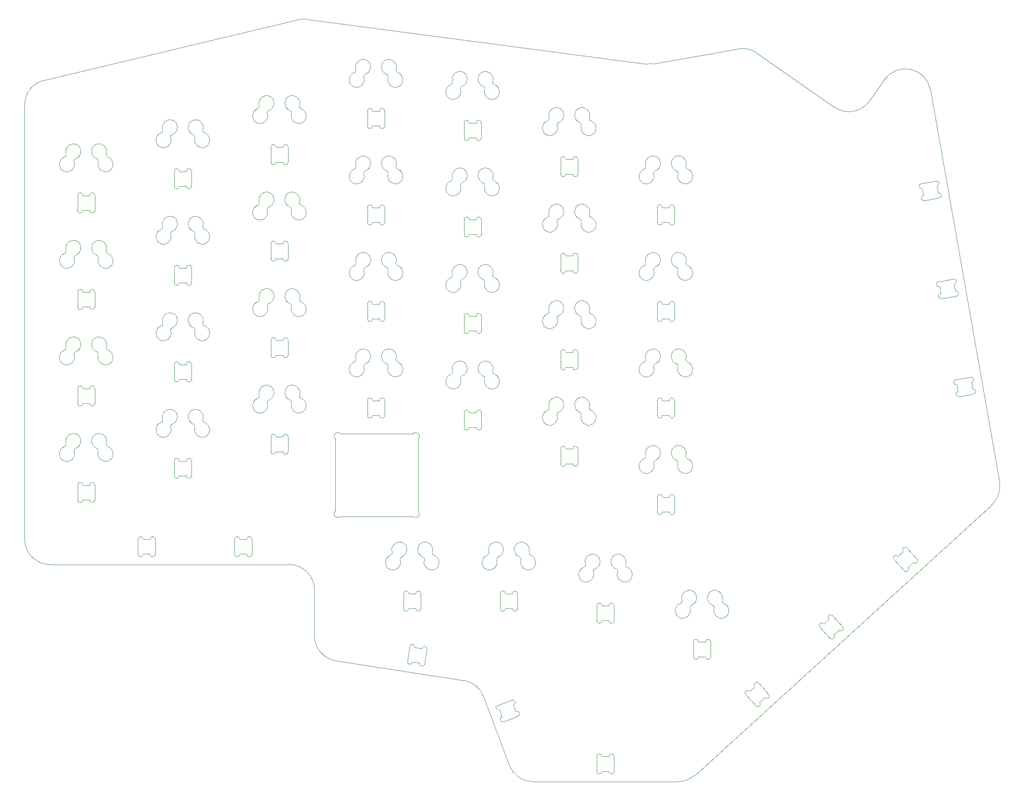
<source format=gbr>
G04 #@! TF.GenerationSoftware,KiCad,Pcbnew,(5.1.9)-1*
G04 #@! TF.CreationDate,2021-04-11T13:56:49+10:00*
G04 #@! TF.ProjectId,Djinn,446a696e-6e2e-46b6-9963-61645f706362,rev?*
G04 #@! TF.SameCoordinates,Original*
G04 #@! TF.FileFunction,Profile,NP*
%FSLAX46Y46*%
G04 Gerber Fmt 4.6, Leading zero omitted, Abs format (unit mm)*
G04 Created by KiCad (PCBNEW (5.1.9)-1) date 2021-04-11 13:56:49*
%MOMM*%
%LPD*%
G01*
G04 APERTURE LIST*
G04 #@! TA.AperFunction,Profile*
%ADD10C,0.100000*%
G04 #@! TD*
G04 APERTURE END LIST*
D10*
X111751240Y22363907D02*
G75*
G02*
X110227664Y22331078I-868241J4924038D01*
G01*
X128524299Y25321450D02*
X111751240Y22363907D01*
X128524299Y25321450D02*
G75*
G02*
X132260422Y24493171I868241J-4924039D01*
G01*
X147516773Y13810559D02*
X132260422Y24493171D01*
X154480416Y15038436D02*
G75*
G02*
X147516773Y13810559I-4095760J2867883D01*
G01*
X157436733Y19260496D02*
X154480416Y15038437D01*
X157436734Y19260494D02*
G75*
G02*
X166456532Y17260854I4095760J-2867881D01*
G01*
X180102023Y-60126569D02*
X166456532Y17260854D01*
X180102023Y-60126569D02*
G75*
G02*
X178545716Y-64690535I-4924039J-868241D01*
G01*
X120048981Y-117995724D02*
X178545716Y-64690535D01*
X120048982Y-117995725D02*
G75*
G02*
X116681250Y-119300000I-3367732J3695726D01*
G01*
X88106250Y-119300000D02*
X116681250Y-119300000D01*
X88106250Y-119300000D02*
G75*
G02*
X83424604Y-116055617I0J5000000D01*
G01*
X78336675Y-102487807D02*
X83424604Y-116055617D01*
X74415315Y-99301566D02*
G75*
G02*
X78336675Y-102487807I-760286J-4941858D01*
G01*
X49245964Y-95429358D02*
X74415315Y-99301566D01*
X49245964Y-95429357D02*
G75*
G02*
X45006250Y-90487499I760286J4941858D01*
G01*
X45006249Y-81437500D02*
X45006250Y-90487499D01*
X40006250Y-76437501D02*
G75*
G02*
X45006249Y-81437500I0J-4999999D01*
G01*
X-7143750Y-76437500D02*
X40006250Y-76437500D01*
X-7143749Y-76437500D02*
G75*
G02*
X-12143749Y-71437500I0J5000000D01*
G01*
X-12143750Y14287500D02*
X-12143750Y-71437500D01*
X-12143750Y14287501D02*
G75*
G02*
X-8301852Y19151531I5000000J-1D01*
G01*
X41704397Y31057781D02*
X-8301852Y19151531D01*
X41704397Y31057780D02*
G75*
G02*
X43517835Y31150617I1158103J-4864031D01*
G01*
X110227664Y22331078D02*
X43517835Y31150617D01*
X10206000Y-74438000D02*
X10206000Y-71438000D01*
X13606000Y-71438000D02*
X13606000Y-74438000D01*
X12556000Y-74388000D02*
X11256000Y-74388000D01*
X12556000Y-71488000D02*
X11256000Y-71488000D01*
X11206000Y-71438000D02*
G75*
G03*
X11256000Y-71488000I50000J0D01*
G01*
X12556000Y-71488000D02*
G75*
G03*
X12606000Y-71438000I0J50000D01*
G01*
X11256000Y-74388000D02*
G75*
G03*
X11206000Y-74438000I0J-50000D01*
G01*
X12606000Y-74438000D02*
G75*
G03*
X12556000Y-74388000I-50000J0D01*
G01*
X13606000Y-71438000D02*
G75*
G03*
X12606000Y-71438000I-500000J0D01*
G01*
X11206000Y-71438000D02*
G75*
G03*
X10206000Y-71438000I-500000J0D01*
G01*
X10206000Y-74438000D02*
G75*
G03*
X11206000Y-74438000I500000J0D01*
G01*
X12606000Y-74438000D02*
G75*
G03*
X13606000Y-74438000I500000J0D01*
G01*
X29256000Y-74438000D02*
X29256000Y-71438000D01*
X32656000Y-71438000D02*
X32656000Y-74438000D01*
X31606000Y-74388000D02*
X30306000Y-74388000D01*
X31606000Y-71488000D02*
X30306000Y-71488000D01*
X30256000Y-71438000D02*
G75*
G03*
X30306000Y-71488000I50000J0D01*
G01*
X31606000Y-71488000D02*
G75*
G03*
X31656000Y-71438000I0J50000D01*
G01*
X30306000Y-74388000D02*
G75*
G03*
X30256000Y-74438000I0J-50000D01*
G01*
X31656000Y-74438000D02*
G75*
G03*
X31606000Y-74388000I-50000J0D01*
G01*
X32656000Y-71438000D02*
G75*
G03*
X31656000Y-71438000I-500000J0D01*
G01*
X30256000Y-71438000D02*
G75*
G03*
X29256000Y-71438000I-500000J0D01*
G01*
X29256000Y-74438000D02*
G75*
G03*
X30256000Y-74438000I500000J0D01*
G01*
X31656000Y-74438000D02*
G75*
G03*
X32656000Y-74438000I500000J0D01*
G01*
X63347686Y-95575066D02*
X63803849Y-92609949D01*
X67164314Y-93126934D02*
X66708151Y-96092051D01*
X65677963Y-95882975D02*
X64393079Y-95685304D01*
X66118921Y-93016696D02*
X64834037Y-92819025D01*
X64792221Y-92762003D02*
G75*
G03*
X64834037Y-92819025I49419J-7603D01*
G01*
X66118920Y-93016696D02*
G75*
G03*
X66175942Y-92974880I7603J49419D01*
G01*
X64393080Y-95685304D02*
G75*
G03*
X64336058Y-95727120I-7603J-49419D01*
G01*
X65719779Y-95939997D02*
G75*
G03*
X65677963Y-95882975I-49419J7603D01*
G01*
X67164314Y-93126934D02*
G75*
G03*
X66175942Y-92974880I-494186J76027D01*
G01*
X64792221Y-92762005D02*
G75*
G03*
X63803849Y-92609949I-494186J76028D01*
G01*
X63347686Y-95575066D02*
G75*
G03*
X64336058Y-95727120I494186J-76027D01*
G01*
X65719779Y-95939995D02*
G75*
G03*
X66708151Y-96092051I494186J-76028D01*
G01*
X81128597Y-104236924D02*
X83937586Y-103183556D01*
X85131403Y-106367076D02*
X82322414Y-107420444D01*
X82000552Y-106419742D02*
X81544093Y-105202514D01*
X84715907Y-105401486D02*
X84259448Y-104184258D01*
X84288708Y-104119886D02*
G75*
G03*
X84259448Y-104184258I17556J-46816D01*
G01*
X84715907Y-105401486D02*
G75*
G03*
X84780280Y-105430747I46817J17556D01*
G01*
X81544093Y-105202514D02*
G75*
G03*
X81479720Y-105173253I-46817J-17556D01*
G01*
X81971292Y-106484114D02*
G75*
G03*
X82000552Y-106419742I-17556J46816D01*
G01*
X85131402Y-106367075D02*
G75*
G03*
X84780280Y-105430747I-175561J468164D01*
G01*
X84288708Y-104119886D02*
G75*
G03*
X83937586Y-103183556I-175561J468165D01*
G01*
X81128598Y-104236925D02*
G75*
G03*
X81479720Y-105173253I175561J-468164D01*
G01*
X81971292Y-106484114D02*
G75*
G03*
X82322414Y-107420444I175561J-468165D01*
G01*
X100694000Y-117300000D02*
X100694000Y-114300000D01*
X104094000Y-114300000D02*
X104094000Y-117300000D01*
X103044000Y-117250000D02*
X101744000Y-117250000D01*
X103044000Y-114350000D02*
X101744000Y-114350000D01*
X101694000Y-114300000D02*
G75*
G03*
X101744000Y-114350000I50000J0D01*
G01*
X103044000Y-114350000D02*
G75*
G03*
X103094000Y-114300000I0J50000D01*
G01*
X101744000Y-117250000D02*
G75*
G03*
X101694000Y-117300000I0J-50000D01*
G01*
X103094000Y-117300000D02*
G75*
G03*
X103044000Y-117250000I-50000J0D01*
G01*
X104094000Y-114300000D02*
G75*
G03*
X103094000Y-114300000I-500000J0D01*
G01*
X101694000Y-114300000D02*
G75*
G03*
X100694000Y-114300000I-500000J0D01*
G01*
X100694000Y-117300000D02*
G75*
G03*
X101694000Y-117300000I500000J0D01*
G01*
X103094000Y-117300000D02*
G75*
G03*
X104094000Y-117300000I500000J0D01*
G01*
X132069759Y-104335745D02*
X130049134Y-102118297D01*
X132562241Y-99828255D02*
X134582866Y-102045703D01*
X133773082Y-102715964D02*
X132812188Y-103591569D01*
X131819812Y-100572431D02*
X130858918Y-101448036D01*
X130788283Y-101444755D02*
G75*
G03*
X130858918Y-101448036I36958J33677D01*
G01*
X131819812Y-100572431D02*
G75*
G03*
X131823092Y-100501797I-33677J36957D01*
G01*
X132812188Y-103591569D02*
G75*
G03*
X132808908Y-103662203I33677J-36957D01*
G01*
X133843717Y-102719245D02*
G75*
G03*
X133773082Y-102715964I-36958J-33677D01*
G01*
X132562242Y-99828255D02*
G75*
G03*
X131823092Y-100501797I-369575J-336771D01*
G01*
X130788282Y-101444755D02*
G75*
G03*
X130049134Y-102118297I-369574J-336771D01*
G01*
X132069758Y-104335745D02*
G75*
G03*
X132808908Y-103662203I369575J336771D01*
G01*
X133843718Y-102719245D02*
G75*
G03*
X134582866Y-102045703I369574J336771D01*
G01*
X146693759Y-91009745D02*
X144673134Y-88792297D01*
X147186241Y-86502255D02*
X149206866Y-88719703D01*
X148397082Y-89389964D02*
X147436188Y-90265569D01*
X146443812Y-87246431D02*
X145482918Y-88122036D01*
X145412283Y-88118755D02*
G75*
G03*
X145482918Y-88122036I36958J33677D01*
G01*
X146443812Y-87246431D02*
G75*
G03*
X146447092Y-87175797I-33677J36957D01*
G01*
X147436188Y-90265569D02*
G75*
G03*
X147432908Y-90336203I33677J-36957D01*
G01*
X148467717Y-89393245D02*
G75*
G03*
X148397082Y-89389964I-36958J-33677D01*
G01*
X147186242Y-86502255D02*
G75*
G03*
X146447092Y-87175797I-369575J-336771D01*
G01*
X145412282Y-88118755D02*
G75*
G03*
X144673134Y-88792297I-369574J-336771D01*
G01*
X146693758Y-91009745D02*
G75*
G03*
X147432908Y-90336203I369575J336771D01*
G01*
X148467718Y-89393245D02*
G75*
G03*
X149206866Y-88719703I369574J336771D01*
G01*
X161317759Y-77683745D02*
X159297134Y-75466297D01*
X161810241Y-73176255D02*
X163830866Y-75393703D01*
X163021082Y-76063964D02*
X162060188Y-76939569D01*
X161067812Y-73920431D02*
X160106918Y-74796036D01*
X160036283Y-74792755D02*
G75*
G03*
X160106918Y-74796036I36958J33677D01*
G01*
X161067812Y-73920431D02*
G75*
G03*
X161071092Y-73849797I-33677J36957D01*
G01*
X162060188Y-76939569D02*
G75*
G03*
X162056908Y-77010203I33677J-36957D01*
G01*
X163091717Y-76067245D02*
G75*
G03*
X163021082Y-76063964I-36958J-33677D01*
G01*
X161810242Y-73176255D02*
G75*
G03*
X161071092Y-73849797I-369575J-336771D01*
G01*
X160036282Y-74792755D02*
G75*
G03*
X159297134Y-75466297I-369574J-336771D01*
G01*
X161317758Y-77683745D02*
G75*
G03*
X162056908Y-77010203I369575J336771D01*
G01*
X163091718Y-76067245D02*
G75*
G03*
X163830866Y-75393703I369574J336771D01*
G01*
X175016414Y-42800701D02*
X172061990Y-43321645D01*
X171471586Y-39973299D02*
X174426010Y-39452355D01*
X174559100Y-40495085D02*
X174784843Y-41775335D01*
X171703157Y-40998665D02*
X171928900Y-42278915D01*
X171888342Y-42336837D02*
G75*
G03*
X171928900Y-42278915I-8682J49240D01*
G01*
X171703157Y-40998665D02*
G75*
G03*
X171645235Y-40958107I-49240J-8682D01*
G01*
X174784843Y-41775335D02*
G75*
G03*
X174842765Y-41815893I49240J8682D01*
G01*
X174599658Y-40437163D02*
G75*
G03*
X174559100Y-40495085I8682J-49240D01*
G01*
X171471587Y-39973299D02*
G75*
G03*
X171645235Y-40958107I86824J-492404D01*
G01*
X171888342Y-42336839D02*
G75*
G03*
X172061990Y-43321645I86824J-492403D01*
G01*
X175016413Y-42800701D02*
G75*
G03*
X174842765Y-41815893I-86824J492404D01*
G01*
X174599658Y-40437161D02*
G75*
G03*
X174426010Y-39452355I-86824J492403D01*
G01*
X171604414Y-23454701D02*
X168649990Y-23975645D01*
X168059586Y-20627299D02*
X171014010Y-20106355D01*
X171147100Y-21149085D02*
X171372843Y-22429335D01*
X168291157Y-21652665D02*
X168516900Y-22932915D01*
X168476342Y-22990837D02*
G75*
G03*
X168516900Y-22932915I-8682J49240D01*
G01*
X168291157Y-21652665D02*
G75*
G03*
X168233235Y-21612107I-49240J-8682D01*
G01*
X171372843Y-22429335D02*
G75*
G03*
X171430765Y-22469893I49240J8682D01*
G01*
X171187658Y-21091163D02*
G75*
G03*
X171147100Y-21149085I8682J-49240D01*
G01*
X168059587Y-20627299D02*
G75*
G03*
X168233235Y-21612107I86824J-492404D01*
G01*
X168476342Y-22990839D02*
G75*
G03*
X168649990Y-23975645I86824J-492403D01*
G01*
X171604413Y-23454701D02*
G75*
G03*
X171430765Y-22469893I-86824J492404D01*
G01*
X171187658Y-21091161D02*
G75*
G03*
X171014010Y-20106355I-86824J492403D01*
G01*
X168193414Y-4107701D02*
X165238990Y-4628645D01*
X164648586Y-1280299D02*
X167603010Y-759355D01*
X167736100Y-1802085D02*
X167961843Y-3082335D01*
X164880157Y-2305665D02*
X165105900Y-3585915D01*
X165065342Y-3643837D02*
G75*
G03*
X165105900Y-3585915I-8682J49240D01*
G01*
X164880157Y-2305665D02*
G75*
G03*
X164822235Y-2265107I-49240J-8682D01*
G01*
X167961843Y-3082335D02*
G75*
G03*
X168019765Y-3122893I49240J8682D01*
G01*
X167776658Y-1744163D02*
G75*
G03*
X167736100Y-1802085I8682J-49240D01*
G01*
X164648587Y-1280299D02*
G75*
G03*
X164822235Y-2265107I86824J-492404D01*
G01*
X165065342Y-3643839D02*
G75*
G03*
X165238990Y-4628645I86824J-492403D01*
G01*
X168193413Y-4107701D02*
G75*
G03*
X168019765Y-3122893I-86824J492404D01*
G01*
X167776658Y-1744161D02*
G75*
G03*
X167603010Y-759355I-86824J492403D01*
G01*
X123144000Y-94686000D02*
X123144000Y-91686000D01*
X119744000Y-91686000D02*
X119744000Y-94686000D01*
X120794000Y-94636000D02*
X122094000Y-94636000D01*
X120794000Y-91736000D02*
X122094000Y-91736000D01*
X122144000Y-91686000D02*
G75*
G02*
X122094000Y-91736000I-50000J0D01*
G01*
X120794000Y-91736000D02*
G75*
G02*
X120744000Y-91686000I0J50000D01*
G01*
X122094000Y-94636000D02*
G75*
G02*
X122144000Y-94686000I0J-50000D01*
G01*
X120744000Y-94686000D02*
G75*
G02*
X120794000Y-94636000I50000J0D01*
G01*
X119744000Y-91686000D02*
G75*
G02*
X120744000Y-91686000I500000J0D01*
G01*
X122144000Y-91686000D02*
G75*
G02*
X123144000Y-91686000I500000J0D01*
G01*
X123144000Y-94686000D02*
G75*
G02*
X122144000Y-94686000I-500000J0D01*
G01*
X120744000Y-94686000D02*
G75*
G02*
X119744000Y-94686000I-500000J0D01*
G01*
X104094000Y-87543000D02*
X104094000Y-84543000D01*
X100694000Y-84543000D02*
X100694000Y-87543000D01*
X101744000Y-87493000D02*
X103044000Y-87493000D01*
X101744000Y-84593000D02*
X103044000Y-84593000D01*
X103094000Y-84543000D02*
G75*
G02*
X103044000Y-84593000I-50000J0D01*
G01*
X101744000Y-84593000D02*
G75*
G02*
X101694000Y-84543000I0J50000D01*
G01*
X103044000Y-87493000D02*
G75*
G02*
X103094000Y-87543000I0J-50000D01*
G01*
X101694000Y-87543000D02*
G75*
G02*
X101744000Y-87493000I50000J0D01*
G01*
X100694000Y-84543000D02*
G75*
G02*
X101694000Y-84543000I500000J0D01*
G01*
X103094000Y-84543000D02*
G75*
G02*
X104094000Y-84543000I500000J0D01*
G01*
X104094000Y-87543000D02*
G75*
G02*
X103094000Y-87543000I-500000J0D01*
G01*
X101694000Y-87543000D02*
G75*
G02*
X100694000Y-87543000I-500000J0D01*
G01*
X85044000Y-85161000D02*
X85044000Y-82161000D01*
X81644000Y-82161000D02*
X81644000Y-85161000D01*
X82694000Y-85111000D02*
X83994000Y-85111000D01*
X82694000Y-82211000D02*
X83994000Y-82211000D01*
X84044000Y-82161000D02*
G75*
G02*
X83994000Y-82211000I-50000J0D01*
G01*
X82694000Y-82211000D02*
G75*
G02*
X82644000Y-82161000I0J50000D01*
G01*
X83994000Y-85111000D02*
G75*
G02*
X84044000Y-85161000I0J-50000D01*
G01*
X82644000Y-85161000D02*
G75*
G02*
X82694000Y-85111000I50000J0D01*
G01*
X81644000Y-82161000D02*
G75*
G02*
X82644000Y-82161000I500000J0D01*
G01*
X84044000Y-82161000D02*
G75*
G02*
X85044000Y-82161000I500000J0D01*
G01*
X85044000Y-85161000D02*
G75*
G02*
X84044000Y-85161000I-500000J0D01*
G01*
X82644000Y-85161000D02*
G75*
G02*
X81644000Y-85161000I-500000J0D01*
G01*
X65994000Y-85161000D02*
X65994000Y-82161000D01*
X62594000Y-82161000D02*
X62594000Y-85161000D01*
X63644000Y-85111000D02*
X64944000Y-85111000D01*
X63644000Y-82211000D02*
X64944000Y-82211000D01*
X64994000Y-82161000D02*
G75*
G02*
X64944000Y-82211000I-50000J0D01*
G01*
X63644000Y-82211000D02*
G75*
G02*
X63594000Y-82161000I0J50000D01*
G01*
X64944000Y-85111000D02*
G75*
G02*
X64994000Y-85161000I0J-50000D01*
G01*
X63594000Y-85161000D02*
G75*
G02*
X63644000Y-85111000I50000J0D01*
G01*
X62594000Y-82161000D02*
G75*
G02*
X63594000Y-82161000I500000J0D01*
G01*
X64994000Y-82161000D02*
G75*
G02*
X65994000Y-82161000I500000J0D01*
G01*
X65994000Y-85161000D02*
G75*
G02*
X64994000Y-85161000I-500000J0D01*
G01*
X63594000Y-85161000D02*
G75*
G02*
X62594000Y-85161000I-500000J0D01*
G01*
X112600000Y-66111000D02*
X112600000Y-63111000D01*
X116000000Y-63111000D02*
X116000000Y-66111000D01*
X114950000Y-66061000D02*
X113650000Y-66061000D01*
X114950000Y-63161000D02*
X113650000Y-63161000D01*
X113600000Y-63111000D02*
G75*
G03*
X113650000Y-63161000I50000J0D01*
G01*
X114950000Y-63161000D02*
G75*
G03*
X115000000Y-63111000I0J50000D01*
G01*
X113650000Y-66061000D02*
G75*
G03*
X113600000Y-66111000I0J-50000D01*
G01*
X115000000Y-66111000D02*
G75*
G03*
X114950000Y-66061000I-50000J0D01*
G01*
X116000000Y-63111000D02*
G75*
G03*
X115000000Y-63111000I-500000J0D01*
G01*
X113600000Y-63111000D02*
G75*
G03*
X112600000Y-63111000I-500000J0D01*
G01*
X112600000Y-66111000D02*
G75*
G03*
X113600000Y-66111000I500000J0D01*
G01*
X115000000Y-66111000D02*
G75*
G03*
X116000000Y-66111000I500000J0D01*
G01*
X93550000Y-56586000D02*
X93550000Y-53586000D01*
X96950000Y-53586000D02*
X96950000Y-56586000D01*
X95900000Y-56536000D02*
X94600000Y-56536000D01*
X95900000Y-53636000D02*
X94600000Y-53636000D01*
X94550000Y-53586000D02*
G75*
G03*
X94600000Y-53636000I50000J0D01*
G01*
X95900000Y-53636000D02*
G75*
G03*
X95950000Y-53586000I0J50000D01*
G01*
X94600000Y-56536000D02*
G75*
G03*
X94550000Y-56586000I0J-50000D01*
G01*
X95950000Y-56586000D02*
G75*
G03*
X95900000Y-56536000I-50000J0D01*
G01*
X96950000Y-53586000D02*
G75*
G03*
X95950000Y-53586000I-500000J0D01*
G01*
X94550000Y-53586000D02*
G75*
G03*
X93550000Y-53586000I-500000J0D01*
G01*
X93550000Y-56586000D02*
G75*
G03*
X94550000Y-56586000I500000J0D01*
G01*
X95950000Y-56586000D02*
G75*
G03*
X96950000Y-56586000I500000J0D01*
G01*
X74500000Y-49443000D02*
X74500000Y-46443000D01*
X77900000Y-46443000D02*
X77900000Y-49443000D01*
X76850000Y-49393000D02*
X75550000Y-49393000D01*
X76850000Y-46493000D02*
X75550000Y-46493000D01*
X75500000Y-46443000D02*
G75*
G03*
X75550000Y-46493000I50000J0D01*
G01*
X76850000Y-46493000D02*
G75*
G03*
X76900000Y-46443000I0J50000D01*
G01*
X75550000Y-49393000D02*
G75*
G03*
X75500000Y-49443000I0J-50000D01*
G01*
X76900000Y-49443000D02*
G75*
G03*
X76850000Y-49393000I-50000J0D01*
G01*
X77900000Y-46443000D02*
G75*
G03*
X76900000Y-46443000I-500000J0D01*
G01*
X75500000Y-46443000D02*
G75*
G03*
X74500000Y-46443000I-500000J0D01*
G01*
X74500000Y-49443000D02*
G75*
G03*
X75500000Y-49443000I500000J0D01*
G01*
X76900000Y-49443000D02*
G75*
G03*
X77900000Y-49443000I500000J0D01*
G01*
X55450000Y-47061000D02*
X55450000Y-44061000D01*
X58850000Y-44061000D02*
X58850000Y-47061000D01*
X57800000Y-47011000D02*
X56500000Y-47011000D01*
X57800000Y-44111000D02*
X56500000Y-44111000D01*
X56450000Y-44061000D02*
G75*
G03*
X56500000Y-44111000I50000J0D01*
G01*
X57800000Y-44111000D02*
G75*
G03*
X57850000Y-44061000I0J50000D01*
G01*
X56500000Y-47011000D02*
G75*
G03*
X56450000Y-47061000I0J-50000D01*
G01*
X57850000Y-47061000D02*
G75*
G03*
X57800000Y-47011000I-50000J0D01*
G01*
X58850000Y-44061000D02*
G75*
G03*
X57850000Y-44061000I-500000J0D01*
G01*
X56450000Y-44061000D02*
G75*
G03*
X55450000Y-44061000I-500000J0D01*
G01*
X55450000Y-47061000D02*
G75*
G03*
X56450000Y-47061000I500000J0D01*
G01*
X57850000Y-47061000D02*
G75*
G03*
X58850000Y-47061000I500000J0D01*
G01*
X36400000Y-54205000D02*
X36400000Y-51205000D01*
X39800000Y-51205000D02*
X39800000Y-54205000D01*
X38750000Y-54155000D02*
X37450000Y-54155000D01*
X38750000Y-51255000D02*
X37450000Y-51255000D01*
X37400000Y-51205000D02*
G75*
G03*
X37450000Y-51255000I50000J0D01*
G01*
X38750000Y-51255000D02*
G75*
G03*
X38800000Y-51205000I0J50000D01*
G01*
X37450000Y-54155000D02*
G75*
G03*
X37400000Y-54205000I0J-50000D01*
G01*
X38800000Y-54205000D02*
G75*
G03*
X38750000Y-54155000I-50000J0D01*
G01*
X39800000Y-51205000D02*
G75*
G03*
X38800000Y-51205000I-500000J0D01*
G01*
X37400000Y-51205000D02*
G75*
G03*
X36400000Y-51205000I-500000J0D01*
G01*
X36400000Y-54205000D02*
G75*
G03*
X37400000Y-54205000I500000J0D01*
G01*
X38800000Y-54205000D02*
G75*
G03*
X39800000Y-54205000I500000J0D01*
G01*
X17350000Y-58968000D02*
X17350000Y-55968000D01*
X20750000Y-55968000D02*
X20750000Y-58968000D01*
X19700000Y-58918000D02*
X18400000Y-58918000D01*
X19700000Y-56018000D02*
X18400000Y-56018000D01*
X18350000Y-55968000D02*
G75*
G03*
X18400000Y-56018000I50000J0D01*
G01*
X19700000Y-56018000D02*
G75*
G03*
X19750000Y-55968000I0J50000D01*
G01*
X18400000Y-58918000D02*
G75*
G03*
X18350000Y-58968000I0J-50000D01*
G01*
X19750000Y-58968000D02*
G75*
G03*
X19700000Y-58918000I-50000J0D01*
G01*
X20750000Y-55968000D02*
G75*
G03*
X19750000Y-55968000I-500000J0D01*
G01*
X18350000Y-55968000D02*
G75*
G03*
X17350000Y-55968000I-500000J0D01*
G01*
X17350000Y-58968000D02*
G75*
G03*
X18350000Y-58968000I500000J0D01*
G01*
X19750000Y-58968000D02*
G75*
G03*
X20750000Y-58968000I500000J0D01*
G01*
X-1700000Y-63730000D02*
X-1700000Y-60730000D01*
X1700000Y-60730000D02*
X1700000Y-63730000D01*
X650000Y-63680000D02*
X-650000Y-63680000D01*
X650000Y-60780000D02*
X-650000Y-60780000D01*
X-700000Y-60730000D02*
G75*
G03*
X-650000Y-60780000I50000J0D01*
G01*
X650000Y-60780000D02*
G75*
G03*
X700000Y-60730000I0J50000D01*
G01*
X-650000Y-63680000D02*
G75*
G03*
X-700000Y-63730000I0J-50000D01*
G01*
X700000Y-63730000D02*
G75*
G03*
X650000Y-63680000I-50000J0D01*
G01*
X1700000Y-60730000D02*
G75*
G03*
X700000Y-60730000I-500000J0D01*
G01*
X-700000Y-60730000D02*
G75*
G03*
X-1700000Y-60730000I-500000J0D01*
G01*
X-1700000Y-63730000D02*
G75*
G03*
X-700000Y-63730000I500000J0D01*
G01*
X700000Y-63730000D02*
G75*
G03*
X1700000Y-63730000I500000J0D01*
G01*
X116000000Y-47061000D02*
X116000000Y-44061000D01*
X112600000Y-44061000D02*
X112600000Y-47061000D01*
X113650000Y-47011000D02*
X114950000Y-47011000D01*
X113650000Y-44111000D02*
X114950000Y-44111000D01*
X115000000Y-44061000D02*
G75*
G02*
X114950000Y-44111000I-50000J0D01*
G01*
X113650000Y-44111000D02*
G75*
G02*
X113600000Y-44061000I0J50000D01*
G01*
X114950000Y-47011000D02*
G75*
G02*
X115000000Y-47061000I0J-50000D01*
G01*
X113600000Y-47061000D02*
G75*
G02*
X113650000Y-47011000I50000J0D01*
G01*
X112600000Y-44061000D02*
G75*
G02*
X113600000Y-44061000I500000J0D01*
G01*
X115000000Y-44061000D02*
G75*
G02*
X116000000Y-44061000I500000J0D01*
G01*
X116000000Y-47061000D02*
G75*
G02*
X115000000Y-47061000I-500000J0D01*
G01*
X113600000Y-47061000D02*
G75*
G02*
X112600000Y-47061000I-500000J0D01*
G01*
X96950000Y-37536000D02*
X96950000Y-34536000D01*
X93550000Y-34536000D02*
X93550000Y-37536000D01*
X94600000Y-37486000D02*
X95900000Y-37486000D01*
X94600000Y-34586000D02*
X95900000Y-34586000D01*
X95950000Y-34536000D02*
G75*
G02*
X95900000Y-34586000I-50000J0D01*
G01*
X94600000Y-34586000D02*
G75*
G02*
X94550000Y-34536000I0J50000D01*
G01*
X95900000Y-37486000D02*
G75*
G02*
X95950000Y-37536000I0J-50000D01*
G01*
X94550000Y-37536000D02*
G75*
G02*
X94600000Y-37486000I50000J0D01*
G01*
X93550000Y-34536000D02*
G75*
G02*
X94550000Y-34536000I500000J0D01*
G01*
X95950000Y-34536000D02*
G75*
G02*
X96950000Y-34536000I500000J0D01*
G01*
X96950000Y-37536000D02*
G75*
G02*
X95950000Y-37536000I-500000J0D01*
G01*
X94550000Y-37536000D02*
G75*
G02*
X93550000Y-37536000I-500000J0D01*
G01*
X77900000Y-30392000D02*
X77900000Y-27392000D01*
X74500000Y-27392000D02*
X74500000Y-30392000D01*
X75550000Y-30342000D02*
X76850000Y-30342000D01*
X75550000Y-27442000D02*
X76850000Y-27442000D01*
X76900000Y-27392000D02*
G75*
G02*
X76850000Y-27442000I-50000J0D01*
G01*
X75550000Y-27442000D02*
G75*
G02*
X75500000Y-27392000I0J50000D01*
G01*
X76850000Y-30342000D02*
G75*
G02*
X76900000Y-30392000I0J-50000D01*
G01*
X75500000Y-30392000D02*
G75*
G02*
X75550000Y-30342000I50000J0D01*
G01*
X74500000Y-27392000D02*
G75*
G02*
X75500000Y-27392000I500000J0D01*
G01*
X76900000Y-27392000D02*
G75*
G02*
X77900000Y-27392000I500000J0D01*
G01*
X77900000Y-30392000D02*
G75*
G02*
X76900000Y-30392000I-500000J0D01*
G01*
X75500000Y-30392000D02*
G75*
G02*
X74500000Y-30392000I-500000J0D01*
G01*
X58850000Y-28011000D02*
X58850000Y-25011000D01*
X55450000Y-25011000D02*
X55450000Y-28011000D01*
X56500000Y-27961000D02*
X57800000Y-27961000D01*
X56500000Y-25061000D02*
X57800000Y-25061000D01*
X57850000Y-25011000D02*
G75*
G02*
X57800000Y-25061000I-50000J0D01*
G01*
X56500000Y-25061000D02*
G75*
G02*
X56450000Y-25011000I0J50000D01*
G01*
X57800000Y-27961000D02*
G75*
G02*
X57850000Y-28011000I0J-50000D01*
G01*
X56450000Y-28011000D02*
G75*
G02*
X56500000Y-27961000I50000J0D01*
G01*
X55450000Y-25011000D02*
G75*
G02*
X56450000Y-25011000I500000J0D01*
G01*
X57850000Y-25011000D02*
G75*
G02*
X58850000Y-25011000I500000J0D01*
G01*
X58850000Y-28011000D02*
G75*
G02*
X57850000Y-28011000I-500000J0D01*
G01*
X56450000Y-28011000D02*
G75*
G02*
X55450000Y-28011000I-500000J0D01*
G01*
X39800000Y-35155000D02*
X39800000Y-32155000D01*
X36400000Y-32155000D02*
X36400000Y-35155000D01*
X37450000Y-35105000D02*
X38750000Y-35105000D01*
X37450000Y-32205000D02*
X38750000Y-32205000D01*
X38800000Y-32155000D02*
G75*
G02*
X38750000Y-32205000I-50000J0D01*
G01*
X37450000Y-32205000D02*
G75*
G02*
X37400000Y-32155000I0J50000D01*
G01*
X38750000Y-35105000D02*
G75*
G02*
X38800000Y-35155000I0J-50000D01*
G01*
X37400000Y-35155000D02*
G75*
G02*
X37450000Y-35105000I50000J0D01*
G01*
X36400000Y-32155000D02*
G75*
G02*
X37400000Y-32155000I500000J0D01*
G01*
X38800000Y-32155000D02*
G75*
G02*
X39800000Y-32155000I500000J0D01*
G01*
X39800000Y-35155000D02*
G75*
G02*
X38800000Y-35155000I-500000J0D01*
G01*
X37400000Y-35155000D02*
G75*
G02*
X36400000Y-35155000I-500000J0D01*
G01*
X20750000Y-39917000D02*
X20750000Y-36917000D01*
X17350000Y-36917000D02*
X17350000Y-39917000D01*
X18400000Y-39867000D02*
X19700000Y-39867000D01*
X18400000Y-36967000D02*
X19700000Y-36967000D01*
X19750000Y-36917000D02*
G75*
G02*
X19700000Y-36967000I-50000J0D01*
G01*
X18400000Y-36967000D02*
G75*
G02*
X18350000Y-36917000I0J50000D01*
G01*
X19700000Y-39867000D02*
G75*
G02*
X19750000Y-39917000I0J-50000D01*
G01*
X18350000Y-39917000D02*
G75*
G02*
X18400000Y-39867000I50000J0D01*
G01*
X17350000Y-36917000D02*
G75*
G02*
X18350000Y-36917000I500000J0D01*
G01*
X19750000Y-36917000D02*
G75*
G02*
X20750000Y-36917000I500000J0D01*
G01*
X20750000Y-39917000D02*
G75*
G02*
X19750000Y-39917000I-500000J0D01*
G01*
X18350000Y-39917000D02*
G75*
G02*
X17350000Y-39917000I-500000J0D01*
G01*
X1700000Y-44680000D02*
X1700000Y-41680000D01*
X-1700000Y-41680000D02*
X-1700000Y-44680000D01*
X-650000Y-44630000D02*
X650000Y-44630000D01*
X-650000Y-41730000D02*
X650000Y-41730000D01*
X700000Y-41680000D02*
G75*
G02*
X650000Y-41730000I-50000J0D01*
G01*
X-650000Y-41730000D02*
G75*
G02*
X-700000Y-41680000I0J50000D01*
G01*
X650000Y-44630000D02*
G75*
G02*
X700000Y-44680000I0J-50000D01*
G01*
X-700000Y-44680000D02*
G75*
G02*
X-650000Y-44630000I50000J0D01*
G01*
X-1700000Y-41680000D02*
G75*
G02*
X-700000Y-41680000I500000J0D01*
G01*
X700000Y-41680000D02*
G75*
G02*
X1700000Y-41680000I500000J0D01*
G01*
X1700000Y-44680000D02*
G75*
G02*
X700000Y-44680000I-500000J0D01*
G01*
X-700000Y-44680000D02*
G75*
G02*
X-1700000Y-44680000I-500000J0D01*
G01*
X112600000Y-28011000D02*
X112600000Y-25011000D01*
X116000000Y-25011000D02*
X116000000Y-28011000D01*
X114950000Y-27961000D02*
X113650000Y-27961000D01*
X114950000Y-25061000D02*
X113650000Y-25061000D01*
X113600000Y-25011000D02*
G75*
G03*
X113650000Y-25061000I50000J0D01*
G01*
X114950000Y-25061000D02*
G75*
G03*
X115000000Y-25011000I0J50000D01*
G01*
X113650000Y-27961000D02*
G75*
G03*
X113600000Y-28011000I0J-50000D01*
G01*
X115000000Y-28011000D02*
G75*
G03*
X114950000Y-27961000I-50000J0D01*
G01*
X116000000Y-25011000D02*
G75*
G03*
X115000000Y-25011000I-500000J0D01*
G01*
X113600000Y-25011000D02*
G75*
G03*
X112600000Y-25011000I-500000J0D01*
G01*
X112600000Y-28011000D02*
G75*
G03*
X113600000Y-28011000I500000J0D01*
G01*
X115000000Y-28011000D02*
G75*
G03*
X116000000Y-28011000I500000J0D01*
G01*
X93550000Y-18486000D02*
X93550000Y-15486000D01*
X96950000Y-15486000D02*
X96950000Y-18486000D01*
X95900000Y-18436000D02*
X94600000Y-18436000D01*
X95900000Y-15536000D02*
X94600000Y-15536000D01*
X94550000Y-15486000D02*
G75*
G03*
X94600000Y-15536000I50000J0D01*
G01*
X95900000Y-15536000D02*
G75*
G03*
X95950000Y-15486000I0J50000D01*
G01*
X94600000Y-18436000D02*
G75*
G03*
X94550000Y-18486000I0J-50000D01*
G01*
X95950000Y-18486000D02*
G75*
G03*
X95900000Y-18436000I-50000J0D01*
G01*
X96950000Y-15486000D02*
G75*
G03*
X95950000Y-15486000I-500000J0D01*
G01*
X94550000Y-15486000D02*
G75*
G03*
X93550000Y-15486000I-500000J0D01*
G01*
X93550000Y-18486000D02*
G75*
G03*
X94550000Y-18486000I500000J0D01*
G01*
X95950000Y-18486000D02*
G75*
G03*
X96950000Y-18486000I500000J0D01*
G01*
X74500000Y-11343000D02*
X74500000Y-8343000D01*
X77900000Y-8343000D02*
X77900000Y-11343000D01*
X76850000Y-11293000D02*
X75550000Y-11293000D01*
X76850000Y-8393000D02*
X75550000Y-8393000D01*
X75500000Y-8343000D02*
G75*
G03*
X75550000Y-8393000I50000J0D01*
G01*
X76850000Y-8393000D02*
G75*
G03*
X76900000Y-8343000I0J50000D01*
G01*
X75550000Y-11293000D02*
G75*
G03*
X75500000Y-11343000I0J-50000D01*
G01*
X76900000Y-11343000D02*
G75*
G03*
X76850000Y-11293000I-50000J0D01*
G01*
X77900000Y-8343000D02*
G75*
G03*
X76900000Y-8343000I-500000J0D01*
G01*
X75500000Y-8343000D02*
G75*
G03*
X74500000Y-8343000I-500000J0D01*
G01*
X74500000Y-11343000D02*
G75*
G03*
X75500000Y-11343000I500000J0D01*
G01*
X76900000Y-11343000D02*
G75*
G03*
X77900000Y-11343000I500000J0D01*
G01*
X55450000Y-8961000D02*
X55450000Y-5961000D01*
X58850000Y-5961000D02*
X58850000Y-8961000D01*
X57800000Y-8911000D02*
X56500000Y-8911000D01*
X57800000Y-6011000D02*
X56500000Y-6011000D01*
X56450000Y-5961000D02*
G75*
G03*
X56500000Y-6011000I50000J0D01*
G01*
X57800000Y-6011000D02*
G75*
G03*
X57850000Y-5961000I0J50000D01*
G01*
X56500000Y-8911000D02*
G75*
G03*
X56450000Y-8961000I0J-50000D01*
G01*
X57850000Y-8961000D02*
G75*
G03*
X57800000Y-8911000I-50000J0D01*
G01*
X58850000Y-5961000D02*
G75*
G03*
X57850000Y-5961000I-500000J0D01*
G01*
X56450000Y-5961000D02*
G75*
G03*
X55450000Y-5961000I-500000J0D01*
G01*
X55450000Y-8961000D02*
G75*
G03*
X56450000Y-8961000I500000J0D01*
G01*
X57850000Y-8961000D02*
G75*
G03*
X58850000Y-8961000I500000J0D01*
G01*
X36400000Y-16105000D02*
X36400000Y-13105000D01*
X39800000Y-13105000D02*
X39800000Y-16105000D01*
X38750000Y-16055000D02*
X37450000Y-16055000D01*
X38750000Y-13155000D02*
X37450000Y-13155000D01*
X37400000Y-13105000D02*
G75*
G03*
X37450000Y-13155000I50000J0D01*
G01*
X38750000Y-13155000D02*
G75*
G03*
X38800000Y-13105000I0J50000D01*
G01*
X37450000Y-16055000D02*
G75*
G03*
X37400000Y-16105000I0J-50000D01*
G01*
X38800000Y-16105000D02*
G75*
G03*
X38750000Y-16055000I-50000J0D01*
G01*
X39800000Y-13105000D02*
G75*
G03*
X38800000Y-13105000I-500000J0D01*
G01*
X37400000Y-13105000D02*
G75*
G03*
X36400000Y-13105000I-500000J0D01*
G01*
X36400000Y-16105000D02*
G75*
G03*
X37400000Y-16105000I500000J0D01*
G01*
X38800000Y-16105000D02*
G75*
G03*
X39800000Y-16105000I500000J0D01*
G01*
X17350000Y-20867000D02*
X17350000Y-17867000D01*
X20750000Y-17867000D02*
X20750000Y-20867000D01*
X19700000Y-20817000D02*
X18400000Y-20817000D01*
X19700000Y-17917000D02*
X18400000Y-17917000D01*
X18350000Y-17867000D02*
G75*
G03*
X18400000Y-17917000I50000J0D01*
G01*
X19700000Y-17917000D02*
G75*
G03*
X19750000Y-17867000I0J50000D01*
G01*
X18400000Y-20817000D02*
G75*
G03*
X18350000Y-20867000I0J-50000D01*
G01*
X19750000Y-20867000D02*
G75*
G03*
X19700000Y-20817000I-50000J0D01*
G01*
X20750000Y-17867000D02*
G75*
G03*
X19750000Y-17867000I-500000J0D01*
G01*
X18350000Y-17867000D02*
G75*
G03*
X17350000Y-17867000I-500000J0D01*
G01*
X17350000Y-20867000D02*
G75*
G03*
X18350000Y-20867000I500000J0D01*
G01*
X19750000Y-20867000D02*
G75*
G03*
X20750000Y-20867000I500000J0D01*
G01*
X-1700000Y-25630000D02*
X-1700000Y-22630000D01*
X1700000Y-22630000D02*
X1700000Y-25630000D01*
X650000Y-25580000D02*
X-650000Y-25580000D01*
X650000Y-22680000D02*
X-650000Y-22680000D01*
X-700000Y-22630000D02*
G75*
G03*
X-650000Y-22680000I50000J0D01*
G01*
X650000Y-22680000D02*
G75*
G03*
X700000Y-22630000I0J50000D01*
G01*
X-650000Y-25580000D02*
G75*
G03*
X-700000Y-25630000I0J-50000D01*
G01*
X700000Y-25630000D02*
G75*
G03*
X650000Y-25580000I-50000J0D01*
G01*
X1700000Y-22630000D02*
G75*
G03*
X700000Y-22630000I-500000J0D01*
G01*
X-700000Y-22630000D02*
G75*
G03*
X-1700000Y-22630000I-500000J0D01*
G01*
X-1700000Y-25630000D02*
G75*
G03*
X-700000Y-25630000I500000J0D01*
G01*
X700000Y-25630000D02*
G75*
G03*
X1700000Y-25630000I500000J0D01*
G01*
X116000000Y-8961000D02*
X116000000Y-5961000D01*
X112600000Y-5961000D02*
X112600000Y-8961000D01*
X113650000Y-8911000D02*
X114950000Y-8911000D01*
X113650000Y-6011000D02*
X114950000Y-6011000D01*
X115000000Y-5961000D02*
G75*
G02*
X114950000Y-6011000I-50000J0D01*
G01*
X113650000Y-6011000D02*
G75*
G02*
X113600000Y-5961000I0J50000D01*
G01*
X114950000Y-8911000D02*
G75*
G02*
X115000000Y-8961000I0J-50000D01*
G01*
X113600000Y-8961000D02*
G75*
G02*
X113650000Y-8911000I50000J0D01*
G01*
X112600000Y-5961000D02*
G75*
G02*
X113600000Y-5961000I500000J0D01*
G01*
X115000000Y-5961000D02*
G75*
G02*
X116000000Y-5961000I500000J0D01*
G01*
X116000000Y-8961000D02*
G75*
G02*
X115000000Y-8961000I-500000J0D01*
G01*
X113600000Y-8961000D02*
G75*
G02*
X112600000Y-8961000I-500000J0D01*
G01*
X96950000Y564000D02*
X96950000Y3564000D01*
X93550000Y3564000D02*
X93550000Y564000D01*
X94600000Y614000D02*
X95900000Y614000D01*
X94600000Y3514000D02*
X95900000Y3514000D01*
X95950000Y3564000D02*
G75*
G02*
X95900000Y3514000I-50000J0D01*
G01*
X94600000Y3514000D02*
G75*
G02*
X94550000Y3564000I0J50000D01*
G01*
X95900000Y614000D02*
G75*
G02*
X95950000Y564000I0J-50000D01*
G01*
X94550000Y564000D02*
G75*
G02*
X94600000Y614000I50000J0D01*
G01*
X93550000Y3564000D02*
G75*
G02*
X94550000Y3564000I500000J0D01*
G01*
X95950000Y3564000D02*
G75*
G02*
X96950000Y3564000I500000J0D01*
G01*
X96950000Y564000D02*
G75*
G02*
X95950000Y564000I-500000J0D01*
G01*
X94550000Y564000D02*
G75*
G02*
X93550000Y564000I-500000J0D01*
G01*
X77900000Y7708000D02*
X77900000Y10708000D01*
X74500000Y10708000D02*
X74500000Y7708000D01*
X75550000Y7758000D02*
X76850000Y7758000D01*
X75550000Y10658000D02*
X76850000Y10658000D01*
X76900000Y10708000D02*
G75*
G02*
X76850000Y10658000I-50000J0D01*
G01*
X75550000Y10658000D02*
G75*
G02*
X75500000Y10708000I0J50000D01*
G01*
X76850000Y7758000D02*
G75*
G02*
X76900000Y7708000I0J-50000D01*
G01*
X75500000Y7708000D02*
G75*
G02*
X75550000Y7758000I50000J0D01*
G01*
X74500000Y10708000D02*
G75*
G02*
X75500000Y10708000I500000J0D01*
G01*
X76900000Y10708000D02*
G75*
G02*
X77900000Y10708000I500000J0D01*
G01*
X77900000Y7708000D02*
G75*
G02*
X76900000Y7708000I-500000J0D01*
G01*
X75500000Y7708000D02*
G75*
G02*
X74500000Y7708000I-500000J0D01*
G01*
X58850000Y10089000D02*
X58850000Y13089000D01*
X55450000Y13089000D02*
X55450000Y10089000D01*
X56500000Y10139000D02*
X57800000Y10139000D01*
X56500000Y13039000D02*
X57800000Y13039000D01*
X57850000Y13089000D02*
G75*
G02*
X57800000Y13039000I-50000J0D01*
G01*
X56500000Y13039000D02*
G75*
G02*
X56450000Y13089000I0J50000D01*
G01*
X57800000Y10139000D02*
G75*
G02*
X57850000Y10089000I0J-50000D01*
G01*
X56450000Y10089000D02*
G75*
G02*
X56500000Y10139000I50000J0D01*
G01*
X55450000Y13089000D02*
G75*
G02*
X56450000Y13089000I500000J0D01*
G01*
X57850000Y13089000D02*
G75*
G02*
X58850000Y13089000I500000J0D01*
G01*
X58850000Y10089000D02*
G75*
G02*
X57850000Y10089000I-500000J0D01*
G01*
X56450000Y10089000D02*
G75*
G02*
X55450000Y10089000I-500000J0D01*
G01*
X39800000Y2945000D02*
X39800000Y5945000D01*
X36400000Y5945000D02*
X36400000Y2945000D01*
X37450000Y2995000D02*
X38750000Y2995000D01*
X37450000Y5895000D02*
X38750000Y5895000D01*
X38800000Y5945000D02*
G75*
G02*
X38750000Y5895000I-50000J0D01*
G01*
X37450000Y5895000D02*
G75*
G02*
X37400000Y5945000I0J50000D01*
G01*
X38750000Y2995000D02*
G75*
G02*
X38800000Y2945000I0J-50000D01*
G01*
X37400000Y2945000D02*
G75*
G02*
X37450000Y2995000I50000J0D01*
G01*
X36400000Y5945000D02*
G75*
G02*
X37400000Y5945000I500000J0D01*
G01*
X38800000Y5945000D02*
G75*
G02*
X39800000Y5945000I500000J0D01*
G01*
X39800000Y2945000D02*
G75*
G02*
X38800000Y2945000I-500000J0D01*
G01*
X37400000Y2945000D02*
G75*
G02*
X36400000Y2945000I-500000J0D01*
G01*
X20750000Y-1817000D02*
X20750000Y1183000D01*
X17350000Y1183000D02*
X17350000Y-1817000D01*
X18400000Y-1767000D02*
X19700000Y-1767000D01*
X18400000Y1133000D02*
X19700000Y1133000D01*
X19750000Y1183000D02*
G75*
G02*
X19700000Y1133000I-50000J0D01*
G01*
X18400000Y1133000D02*
G75*
G02*
X18350000Y1183000I0J50000D01*
G01*
X19700000Y-1767000D02*
G75*
G02*
X19750000Y-1817000I0J-50000D01*
G01*
X18350000Y-1817000D02*
G75*
G02*
X18400000Y-1767000I50000J0D01*
G01*
X17350000Y1183000D02*
G75*
G02*
X18350000Y1183000I500000J0D01*
G01*
X19750000Y1183000D02*
G75*
G02*
X20750000Y1183000I500000J0D01*
G01*
X20750000Y-1817000D02*
G75*
G02*
X19750000Y-1817000I-500000J0D01*
G01*
X18350000Y-1817000D02*
G75*
G02*
X17350000Y-1817000I-500000J0D01*
G01*
X1700000Y-6580000D02*
X1700000Y-3580000D01*
X-1700000Y-3580000D02*
X-1700000Y-6580000D01*
X-650000Y-6530000D02*
X650000Y-6530000D01*
X-650000Y-3630000D02*
X650000Y-3630000D01*
X700000Y-3580000D02*
G75*
G02*
X650000Y-3630000I-50000J0D01*
G01*
X-650000Y-3630000D02*
G75*
G02*
X-700000Y-3580000I0J50000D01*
G01*
X650000Y-6530000D02*
G75*
G02*
X700000Y-6580000I0J-50000D01*
G01*
X-700000Y-6580000D02*
G75*
G02*
X-650000Y-6530000I50000J0D01*
G01*
X-1700000Y-3580000D02*
G75*
G02*
X-700000Y-3580000I500000J0D01*
G01*
X700000Y-3580000D02*
G75*
G02*
X1700000Y-3580000I500000J0D01*
G01*
X1700000Y-6580000D02*
G75*
G02*
X700000Y-6580000I-500000J0D01*
G01*
X-700000Y-6580000D02*
G75*
G02*
X-1700000Y-6580000I-500000J0D01*
G01*
X125721581Y-84140866D02*
G75*
G02*
X123833000Y-85086000I-467581J-1425134D01*
G01*
X125405080Y-83505759D02*
G75*
G03*
X125721581Y-84140865I473920J-160241D01*
G01*
X123514858Y-84450622D02*
G75*
G02*
X123833000Y-85086000I-155858J-475378D01*
G01*
X123514859Y-84450621D02*
G75*
G02*
X125405080Y-83505759I469141J1424621D01*
G01*
X117166419Y-84140866D02*
G75*
G03*
X119055000Y-85086000I467581J-1425134D01*
G01*
X119373142Y-84450622D02*
G75*
G03*
X119055000Y-85086000I155858J-475378D01*
G01*
X117482920Y-83505759D02*
G75*
G02*
X117166419Y-84140865I-473920J-160241D01*
G01*
X119373141Y-84450621D02*
G75*
G03*
X117482920Y-83505759I-469141J1424621D01*
G01*
X106671581Y-76997866D02*
G75*
G02*
X104783000Y-77943000I-467581J-1425134D01*
G01*
X106355080Y-76362759D02*
G75*
G03*
X106671581Y-76997865I473920J-160241D01*
G01*
X104464858Y-77307622D02*
G75*
G02*
X104783000Y-77943000I-155858J-475378D01*
G01*
X104464859Y-77307621D02*
G75*
G02*
X106355080Y-76362759I469141J1424621D01*
G01*
X98116419Y-76997866D02*
G75*
G03*
X100005000Y-77943000I467581J-1425134D01*
G01*
X100323142Y-77307622D02*
G75*
G03*
X100005000Y-77943000I155858J-475378D01*
G01*
X98432920Y-76362759D02*
G75*
G02*
X98116419Y-76997865I-473920J-160241D01*
G01*
X100323141Y-77307621D02*
G75*
G03*
X98432920Y-76362759I-469141J1424621D01*
G01*
X87621581Y-74615866D02*
G75*
G02*
X85733000Y-75561000I-467581J-1425134D01*
G01*
X87305080Y-73980759D02*
G75*
G03*
X87621581Y-74615865I473920J-160241D01*
G01*
X85414858Y-74925622D02*
G75*
G02*
X85733000Y-75561000I-155858J-475378D01*
G01*
X85414859Y-74925621D02*
G75*
G02*
X87305080Y-73980759I469141J1424621D01*
G01*
X79066419Y-74615866D02*
G75*
G03*
X80955000Y-75561000I467581J-1425134D01*
G01*
X81273142Y-74925622D02*
G75*
G03*
X80955000Y-75561000I155858J-475378D01*
G01*
X79382920Y-73980759D02*
G75*
G02*
X79066419Y-74615865I-473920J-160241D01*
G01*
X81273141Y-74925621D02*
G75*
G03*
X79382920Y-73980759I-469141J1424621D01*
G01*
X68571581Y-74615866D02*
G75*
G02*
X66683000Y-75561000I-467581J-1425134D01*
G01*
X68255080Y-73980759D02*
G75*
G03*
X68571581Y-74615865I473920J-160241D01*
G01*
X66364858Y-74925622D02*
G75*
G02*
X66683000Y-75561000I-155858J-475378D01*
G01*
X66364859Y-74925621D02*
G75*
G02*
X68255080Y-73980759I469141J1424621D01*
G01*
X60016419Y-74615866D02*
G75*
G03*
X61905000Y-75561000I467581J-1425134D01*
G01*
X62223142Y-74925622D02*
G75*
G03*
X61905000Y-75561000I155858J-475378D01*
G01*
X60332920Y-73980759D02*
G75*
G02*
X60016419Y-74615865I-473920J-160241D01*
G01*
X62223141Y-74925621D02*
G75*
G03*
X60332920Y-73980759I-469141J1424621D01*
G01*
X118577581Y-55565866D02*
G75*
G02*
X116689000Y-56511000I-467581J-1425134D01*
G01*
X118261080Y-54930759D02*
G75*
G03*
X118577581Y-55565865I473920J-160241D01*
G01*
X116370858Y-55875622D02*
G75*
G02*
X116689000Y-56511000I-155858J-475378D01*
G01*
X116370859Y-55875621D02*
G75*
G02*
X118261080Y-54930759I469141J1424621D01*
G01*
X110022419Y-55565866D02*
G75*
G03*
X111911000Y-56511000I467581J-1425134D01*
G01*
X112229142Y-55875622D02*
G75*
G03*
X111911000Y-56511000I155858J-475378D01*
G01*
X110338920Y-54930759D02*
G75*
G02*
X110022419Y-55565865I-473920J-160241D01*
G01*
X112229141Y-55875621D02*
G75*
G03*
X110338920Y-54930759I-469141J1424621D01*
G01*
X99527581Y-46040866D02*
G75*
G02*
X97639000Y-46986000I-467581J-1425134D01*
G01*
X99211080Y-45405759D02*
G75*
G03*
X99527581Y-46040865I473920J-160241D01*
G01*
X97320858Y-46350622D02*
G75*
G02*
X97639000Y-46986000I-155858J-475378D01*
G01*
X97320859Y-46350621D02*
G75*
G02*
X99211080Y-45405759I469141J1424621D01*
G01*
X90972419Y-46040866D02*
G75*
G03*
X92861000Y-46986000I467581J-1425134D01*
G01*
X93179142Y-46350622D02*
G75*
G03*
X92861000Y-46986000I155858J-475378D01*
G01*
X91288920Y-45405759D02*
G75*
G02*
X90972419Y-46040865I-473920J-160241D01*
G01*
X93179141Y-46350621D02*
G75*
G03*
X91288920Y-45405759I-469141J1424621D01*
G01*
X80477581Y-38897866D02*
G75*
G02*
X78589000Y-39843000I-467581J-1425134D01*
G01*
X80161080Y-38262759D02*
G75*
G03*
X80477581Y-38897865I473920J-160241D01*
G01*
X78270858Y-39207622D02*
G75*
G02*
X78589000Y-39843000I-155858J-475378D01*
G01*
X78270859Y-39207621D02*
G75*
G02*
X80161080Y-38262759I469141J1424621D01*
G01*
X71922419Y-38897866D02*
G75*
G03*
X73811000Y-39843000I467581J-1425134D01*
G01*
X74129142Y-39207622D02*
G75*
G03*
X73811000Y-39843000I155858J-475378D01*
G01*
X72238920Y-38262759D02*
G75*
G02*
X71922419Y-38897865I-473920J-160241D01*
G01*
X74129141Y-39207621D02*
G75*
G03*
X72238920Y-38262759I-469141J1424621D01*
G01*
X61427581Y-36515866D02*
G75*
G02*
X59539000Y-37461000I-467581J-1425134D01*
G01*
X61111080Y-35880759D02*
G75*
G03*
X61427581Y-36515865I473920J-160241D01*
G01*
X59220858Y-36825622D02*
G75*
G02*
X59539000Y-37461000I-155858J-475378D01*
G01*
X59220859Y-36825621D02*
G75*
G02*
X61111080Y-35880759I469141J1424621D01*
G01*
X52872419Y-36515866D02*
G75*
G03*
X54761000Y-37461000I467581J-1425134D01*
G01*
X55079142Y-36825622D02*
G75*
G03*
X54761000Y-37461000I155858J-475378D01*
G01*
X53188920Y-35880759D02*
G75*
G02*
X52872419Y-36515865I-473920J-160241D01*
G01*
X55079141Y-36825621D02*
G75*
G03*
X53188920Y-35880759I-469141J1424621D01*
G01*
X42377581Y-43659866D02*
G75*
G02*
X40489000Y-44605000I-467581J-1425134D01*
G01*
X42061080Y-43024759D02*
G75*
G03*
X42377581Y-43659865I473920J-160241D01*
G01*
X40170858Y-43969622D02*
G75*
G02*
X40489000Y-44605000I-155858J-475378D01*
G01*
X40170859Y-43969621D02*
G75*
G02*
X42061080Y-43024759I469141J1424621D01*
G01*
X33822419Y-43659866D02*
G75*
G03*
X35711000Y-44605000I467581J-1425134D01*
G01*
X36029142Y-43969622D02*
G75*
G03*
X35711000Y-44605000I155858J-475378D01*
G01*
X34138920Y-43024759D02*
G75*
G02*
X33822419Y-43659865I-473920J-160241D01*
G01*
X36029141Y-43969621D02*
G75*
G03*
X34138920Y-43024759I-469141J1424621D01*
G01*
X23327581Y-48422866D02*
G75*
G02*
X21439000Y-49368000I-467581J-1425134D01*
G01*
X23011080Y-47787759D02*
G75*
G03*
X23327581Y-48422865I473920J-160241D01*
G01*
X21120858Y-48732622D02*
G75*
G02*
X21439000Y-49368000I-155858J-475378D01*
G01*
X21120859Y-48732621D02*
G75*
G02*
X23011080Y-47787759I469141J1424621D01*
G01*
X14772419Y-48422866D02*
G75*
G03*
X16661000Y-49368000I467581J-1425134D01*
G01*
X16979142Y-48732622D02*
G75*
G03*
X16661000Y-49368000I155858J-475378D01*
G01*
X15088920Y-47787759D02*
G75*
G02*
X14772419Y-48422865I-473920J-160241D01*
G01*
X16979141Y-48732621D02*
G75*
G03*
X15088920Y-47787759I-469141J1424621D01*
G01*
X4277581Y-53184866D02*
G75*
G02*
X2389000Y-54130000I-467581J-1425134D01*
G01*
X3961080Y-52549759D02*
G75*
G03*
X4277581Y-53184865I473920J-160241D01*
G01*
X2070858Y-53494622D02*
G75*
G02*
X2389000Y-54130000I-155858J-475378D01*
G01*
X2070859Y-53494621D02*
G75*
G02*
X3961080Y-52549759I469141J1424621D01*
G01*
X-4277581Y-53184866D02*
G75*
G03*
X-2389000Y-54130000I467581J-1425134D01*
G01*
X-2070858Y-53494622D02*
G75*
G03*
X-2389000Y-54130000I155858J-475378D01*
G01*
X-3961080Y-52549759D02*
G75*
G02*
X-4277581Y-53184865I-473920J-160241D01*
G01*
X-2070859Y-53494621D02*
G75*
G03*
X-3961080Y-52549759I-469141J1424621D01*
G01*
X118577581Y-36515866D02*
G75*
G02*
X116689000Y-37461000I-467581J-1425134D01*
G01*
X118261080Y-35880759D02*
G75*
G03*
X118577581Y-36515865I473920J-160241D01*
G01*
X116370858Y-36825622D02*
G75*
G02*
X116689000Y-37461000I-155858J-475378D01*
G01*
X116370859Y-36825621D02*
G75*
G02*
X118261080Y-35880759I469141J1424621D01*
G01*
X110022419Y-36515866D02*
G75*
G03*
X111911000Y-37461000I467581J-1425134D01*
G01*
X112229142Y-36825622D02*
G75*
G03*
X111911000Y-37461000I155858J-475378D01*
G01*
X110338920Y-35880759D02*
G75*
G02*
X110022419Y-36515865I-473920J-160241D01*
G01*
X112229141Y-36825621D02*
G75*
G03*
X110338920Y-35880759I-469141J1424621D01*
G01*
X99527581Y-26990866D02*
G75*
G02*
X97639000Y-27936000I-467581J-1425134D01*
G01*
X99211080Y-26355759D02*
G75*
G03*
X99527581Y-26990865I473920J-160241D01*
G01*
X97320858Y-27300622D02*
G75*
G02*
X97639000Y-27936000I-155858J-475378D01*
G01*
X97320859Y-27300621D02*
G75*
G02*
X99211080Y-26355759I469141J1424621D01*
G01*
X90972419Y-26990866D02*
G75*
G03*
X92861000Y-27936000I467581J-1425134D01*
G01*
X93179142Y-27300622D02*
G75*
G03*
X92861000Y-27936000I155858J-475378D01*
G01*
X91288920Y-26355759D02*
G75*
G02*
X90972419Y-26990865I-473920J-160241D01*
G01*
X93179141Y-27300621D02*
G75*
G03*
X91288920Y-26355759I-469141J1424621D01*
G01*
X80477581Y-19846866D02*
G75*
G02*
X78589000Y-20792000I-467581J-1425134D01*
G01*
X80161080Y-19211759D02*
G75*
G03*
X80477581Y-19846865I473920J-160241D01*
G01*
X78270858Y-20156622D02*
G75*
G02*
X78589000Y-20792000I-155858J-475378D01*
G01*
X78270859Y-20156621D02*
G75*
G02*
X80161080Y-19211759I469141J1424621D01*
G01*
X71922419Y-19846866D02*
G75*
G03*
X73811000Y-20792000I467581J-1425134D01*
G01*
X74129142Y-20156622D02*
G75*
G03*
X73811000Y-20792000I155858J-475378D01*
G01*
X72238920Y-19211759D02*
G75*
G02*
X71922419Y-19846865I-473920J-160241D01*
G01*
X74129141Y-20156621D02*
G75*
G03*
X72238920Y-19211759I-469141J1424621D01*
G01*
X61427581Y-17465866D02*
G75*
G02*
X59539000Y-18411000I-467581J-1425134D01*
G01*
X61111080Y-16830759D02*
G75*
G03*
X61427581Y-17465865I473920J-160241D01*
G01*
X59220858Y-17775622D02*
G75*
G02*
X59539000Y-18411000I-155858J-475378D01*
G01*
X59220859Y-17775621D02*
G75*
G02*
X61111080Y-16830759I469141J1424621D01*
G01*
X52872419Y-17465866D02*
G75*
G03*
X54761000Y-18411000I467581J-1425134D01*
G01*
X55079142Y-17775622D02*
G75*
G03*
X54761000Y-18411000I155858J-475378D01*
G01*
X53188920Y-16830759D02*
G75*
G02*
X52872419Y-17465865I-473920J-160241D01*
G01*
X55079141Y-17775621D02*
G75*
G03*
X53188920Y-16830759I-469141J1424621D01*
G01*
X42377581Y-24609866D02*
G75*
G02*
X40489000Y-25555000I-467581J-1425134D01*
G01*
X42061080Y-23974759D02*
G75*
G03*
X42377581Y-24609865I473920J-160241D01*
G01*
X40170858Y-24919622D02*
G75*
G02*
X40489000Y-25555000I-155858J-475378D01*
G01*
X40170859Y-24919621D02*
G75*
G02*
X42061080Y-23974759I469141J1424621D01*
G01*
X33822419Y-24609866D02*
G75*
G03*
X35711000Y-25555000I467581J-1425134D01*
G01*
X36029142Y-24919622D02*
G75*
G03*
X35711000Y-25555000I155858J-475378D01*
G01*
X34138920Y-23974759D02*
G75*
G02*
X33822419Y-24609865I-473920J-160241D01*
G01*
X36029141Y-24919621D02*
G75*
G03*
X34138920Y-23974759I-469141J1424621D01*
G01*
X23327581Y-29371866D02*
G75*
G02*
X21439000Y-30317000I-467581J-1425134D01*
G01*
X23011080Y-28736759D02*
G75*
G03*
X23327581Y-29371865I473920J-160241D01*
G01*
X21120858Y-29681622D02*
G75*
G02*
X21439000Y-30317000I-155858J-475378D01*
G01*
X21120859Y-29681621D02*
G75*
G02*
X23011080Y-28736759I469141J1424621D01*
G01*
X14772419Y-29371866D02*
G75*
G03*
X16661000Y-30317000I467581J-1425134D01*
G01*
X16979142Y-29681622D02*
G75*
G03*
X16661000Y-30317000I155858J-475378D01*
G01*
X15088920Y-28736759D02*
G75*
G02*
X14772419Y-29371865I-473920J-160241D01*
G01*
X16979141Y-29681621D02*
G75*
G03*
X15088920Y-28736759I-469141J1424621D01*
G01*
X4277581Y-34134866D02*
G75*
G02*
X2389000Y-35080000I-467581J-1425134D01*
G01*
X3961080Y-33499759D02*
G75*
G03*
X4277581Y-34134865I473920J-160241D01*
G01*
X2070858Y-34444622D02*
G75*
G02*
X2389000Y-35080000I-155858J-475378D01*
G01*
X2070859Y-34444621D02*
G75*
G02*
X3961080Y-33499759I469141J1424621D01*
G01*
X-4277581Y-34134866D02*
G75*
G03*
X-2389000Y-35080000I467581J-1425134D01*
G01*
X-2070858Y-34444622D02*
G75*
G03*
X-2389000Y-35080000I155858J-475378D01*
G01*
X-3961080Y-33499759D02*
G75*
G02*
X-4277581Y-34134865I-473920J-160241D01*
G01*
X-2070859Y-34444621D02*
G75*
G03*
X-3961080Y-33499759I-469141J1424621D01*
G01*
X118577581Y-17465866D02*
G75*
G02*
X116689000Y-18411000I-467581J-1425134D01*
G01*
X118261080Y-16830759D02*
G75*
G03*
X118577581Y-17465865I473920J-160241D01*
G01*
X116370858Y-17775622D02*
G75*
G02*
X116689000Y-18411000I-155858J-475378D01*
G01*
X116370859Y-17775621D02*
G75*
G02*
X118261080Y-16830759I469141J1424621D01*
G01*
X110022419Y-17465866D02*
G75*
G03*
X111911000Y-18411000I467581J-1425134D01*
G01*
X112229142Y-17775622D02*
G75*
G03*
X111911000Y-18411000I155858J-475378D01*
G01*
X110338920Y-16830759D02*
G75*
G02*
X110022419Y-17465865I-473920J-160241D01*
G01*
X112229141Y-17775621D02*
G75*
G03*
X110338920Y-16830759I-469141J1424621D01*
G01*
X99527581Y-7940866D02*
G75*
G02*
X97639000Y-8886000I-467581J-1425134D01*
G01*
X99211080Y-7305759D02*
G75*
G03*
X99527581Y-7940865I473920J-160241D01*
G01*
X97320858Y-8250622D02*
G75*
G02*
X97639000Y-8886000I-155858J-475378D01*
G01*
X97320859Y-8250621D02*
G75*
G02*
X99211080Y-7305759I469141J1424621D01*
G01*
X90972419Y-7940866D02*
G75*
G03*
X92861000Y-8886000I467581J-1425134D01*
G01*
X93179142Y-8250622D02*
G75*
G03*
X92861000Y-8886000I155858J-475378D01*
G01*
X91288920Y-7305759D02*
G75*
G02*
X90972419Y-7940865I-473920J-160241D01*
G01*
X93179141Y-8250621D02*
G75*
G03*
X91288920Y-7305759I-469141J1424621D01*
G01*
X80477581Y-797866D02*
G75*
G02*
X78589000Y-1743000I-467581J-1425134D01*
G01*
X80161080Y-162759D02*
G75*
G03*
X80477581Y-797865I473920J-160241D01*
G01*
X78270858Y-1107622D02*
G75*
G02*
X78589000Y-1743000I-155858J-475378D01*
G01*
X78270859Y-1107621D02*
G75*
G02*
X80161080Y-162759I469141J1424621D01*
G01*
X71922419Y-797866D02*
G75*
G03*
X73811000Y-1743000I467581J-1425134D01*
G01*
X74129142Y-1107622D02*
G75*
G03*
X73811000Y-1743000I155858J-475378D01*
G01*
X72238920Y-162759D02*
G75*
G02*
X71922419Y-797865I-473920J-160241D01*
G01*
X74129141Y-1107621D02*
G75*
G03*
X72238920Y-162759I-469141J1424621D01*
G01*
X61427581Y1584134D02*
G75*
G02*
X59539000Y639000I-467581J-1425134D01*
G01*
X61111080Y2219241D02*
G75*
G03*
X61427581Y1584135I473920J-160241D01*
G01*
X59220858Y1274378D02*
G75*
G02*
X59539000Y639000I-155858J-475378D01*
G01*
X59220859Y1274379D02*
G75*
G02*
X61111080Y2219241I469141J1424621D01*
G01*
X52872419Y1584134D02*
G75*
G03*
X54761000Y639000I467581J-1425134D01*
G01*
X55079142Y1274378D02*
G75*
G03*
X54761000Y639000I155858J-475378D01*
G01*
X53188920Y2219241D02*
G75*
G02*
X52872419Y1584135I-473920J-160241D01*
G01*
X55079141Y1274379D02*
G75*
G03*
X53188920Y2219241I-469141J1424621D01*
G01*
X42377581Y-5559866D02*
G75*
G02*
X40489000Y-6505000I-467581J-1425134D01*
G01*
X42061080Y-4924759D02*
G75*
G03*
X42377581Y-5559865I473920J-160241D01*
G01*
X40170858Y-5869622D02*
G75*
G02*
X40489000Y-6505000I-155858J-475378D01*
G01*
X40170859Y-5869621D02*
G75*
G02*
X42061080Y-4924759I469141J1424621D01*
G01*
X33822419Y-5559866D02*
G75*
G03*
X35711000Y-6505000I467581J-1425134D01*
G01*
X36029142Y-5869622D02*
G75*
G03*
X35711000Y-6505000I155858J-475378D01*
G01*
X34138920Y-4924759D02*
G75*
G02*
X33822419Y-5559865I-473920J-160241D01*
G01*
X36029141Y-5869621D02*
G75*
G03*
X34138920Y-4924759I-469141J1424621D01*
G01*
X23327581Y-10322866D02*
G75*
G02*
X21439000Y-11268000I-467581J-1425134D01*
G01*
X23011080Y-9687759D02*
G75*
G03*
X23327581Y-10322865I473920J-160241D01*
G01*
X21120858Y-10632622D02*
G75*
G02*
X21439000Y-11268000I-155858J-475378D01*
G01*
X21120859Y-10632621D02*
G75*
G02*
X23011080Y-9687759I469141J1424621D01*
G01*
X14772419Y-10322866D02*
G75*
G03*
X16661000Y-11268000I467581J-1425134D01*
G01*
X16979142Y-10632622D02*
G75*
G03*
X16661000Y-11268000I155858J-475378D01*
G01*
X15088920Y-9687759D02*
G75*
G02*
X14772419Y-10322865I-473920J-160241D01*
G01*
X16979141Y-10632621D02*
G75*
G03*
X15088920Y-9687759I-469141J1424621D01*
G01*
X4277581Y-15084866D02*
G75*
G02*
X2389000Y-16030000I-467581J-1425134D01*
G01*
X3961080Y-14449759D02*
G75*
G03*
X4277581Y-15084865I473920J-160241D01*
G01*
X2070858Y-15394622D02*
G75*
G02*
X2389000Y-16030000I-155858J-475378D01*
G01*
X2070859Y-15394621D02*
G75*
G02*
X3961080Y-14449759I469141J1424621D01*
G01*
X-4277581Y-15084866D02*
G75*
G03*
X-2389000Y-16030000I467581J-1425134D01*
G01*
X-2070858Y-15394622D02*
G75*
G03*
X-2389000Y-16030000I155858J-475378D01*
G01*
X-3961080Y-14449759D02*
G75*
G02*
X-4277581Y-15084865I-473920J-160241D01*
G01*
X-2070859Y-15394621D02*
G75*
G03*
X-3961080Y-14449759I-469141J1424621D01*
G01*
X118577581Y1584134D02*
G75*
G02*
X116689000Y639000I-467581J-1425134D01*
G01*
X118261080Y2219241D02*
G75*
G03*
X118577581Y1584135I473920J-160241D01*
G01*
X116370858Y1274378D02*
G75*
G02*
X116689000Y639000I-155858J-475378D01*
G01*
X116370859Y1274379D02*
G75*
G02*
X118261080Y2219241I469141J1424621D01*
G01*
X110022419Y1584134D02*
G75*
G03*
X111911000Y639000I467581J-1425134D01*
G01*
X112229142Y1274378D02*
G75*
G03*
X111911000Y639000I155858J-475378D01*
G01*
X110338920Y2219241D02*
G75*
G02*
X110022419Y1584135I-473920J-160241D01*
G01*
X112229141Y1274379D02*
G75*
G03*
X110338920Y2219241I-469141J1424621D01*
G01*
X99527581Y11109134D02*
G75*
G02*
X97639000Y10164000I-467581J-1425134D01*
G01*
X99211080Y11744241D02*
G75*
G03*
X99527581Y11109135I473920J-160241D01*
G01*
X97320858Y10799378D02*
G75*
G02*
X97639000Y10164000I-155858J-475378D01*
G01*
X97320859Y10799379D02*
G75*
G02*
X99211080Y11744241I469141J1424621D01*
G01*
X90972419Y11109134D02*
G75*
G03*
X92861000Y10164000I467581J-1425134D01*
G01*
X93179142Y10799378D02*
G75*
G03*
X92861000Y10164000I155858J-475378D01*
G01*
X91288920Y11744241D02*
G75*
G02*
X90972419Y11109135I-473920J-160241D01*
G01*
X93179141Y10799379D02*
G75*
G03*
X91288920Y11744241I-469141J1424621D01*
G01*
X80477581Y18253134D02*
G75*
G02*
X78589000Y17308000I-467581J-1425134D01*
G01*
X80161080Y18888241D02*
G75*
G03*
X80477581Y18253135I473920J-160241D01*
G01*
X78270858Y17943378D02*
G75*
G02*
X78589000Y17308000I-155858J-475378D01*
G01*
X78270859Y17943379D02*
G75*
G02*
X80161080Y18888241I469141J1424621D01*
G01*
X71922419Y18253134D02*
G75*
G03*
X73811000Y17308000I467581J-1425134D01*
G01*
X74129142Y17943378D02*
G75*
G03*
X73811000Y17308000I155858J-475378D01*
G01*
X72238920Y18888241D02*
G75*
G02*
X71922419Y18253135I-473920J-160241D01*
G01*
X74129141Y17943379D02*
G75*
G03*
X72238920Y18888241I-469141J1424621D01*
G01*
X61427581Y20634134D02*
G75*
G02*
X59539000Y19689000I-467581J-1425134D01*
G01*
X61111080Y21269241D02*
G75*
G03*
X61427581Y20634135I473920J-160241D01*
G01*
X59220858Y20324378D02*
G75*
G02*
X59539000Y19689000I-155858J-475378D01*
G01*
X59220859Y20324379D02*
G75*
G02*
X61111080Y21269241I469141J1424621D01*
G01*
X52872419Y20634134D02*
G75*
G03*
X54761000Y19689000I467581J-1425134D01*
G01*
X55079142Y20324378D02*
G75*
G03*
X54761000Y19689000I155858J-475378D01*
G01*
X53188920Y21269241D02*
G75*
G02*
X52872419Y20634135I-473920J-160241D01*
G01*
X55079141Y20324379D02*
G75*
G03*
X53188920Y21269241I-469141J1424621D01*
G01*
X42377581Y13490134D02*
G75*
G02*
X40489000Y12545000I-467581J-1425134D01*
G01*
X42061080Y14125241D02*
G75*
G03*
X42377581Y13490135I473920J-160241D01*
G01*
X40170858Y13180378D02*
G75*
G02*
X40489000Y12545000I-155858J-475378D01*
G01*
X40170859Y13180379D02*
G75*
G02*
X42061080Y14125241I469141J1424621D01*
G01*
X33822419Y13490134D02*
G75*
G03*
X35711000Y12545000I467581J-1425134D01*
G01*
X36029142Y13180378D02*
G75*
G03*
X35711000Y12545000I155858J-475378D01*
G01*
X34138920Y14125241D02*
G75*
G02*
X33822419Y13490135I-473920J-160241D01*
G01*
X36029141Y13180379D02*
G75*
G03*
X34138920Y14125241I-469141J1424621D01*
G01*
X23327581Y8728134D02*
G75*
G02*
X21439000Y7783000I-467581J-1425134D01*
G01*
X23011080Y9363241D02*
G75*
G03*
X23327581Y8728135I473920J-160241D01*
G01*
X21120858Y8418378D02*
G75*
G02*
X21439000Y7783000I-155858J-475378D01*
G01*
X21120859Y8418379D02*
G75*
G02*
X23011080Y9363241I469141J1424621D01*
G01*
X14772419Y8728134D02*
G75*
G03*
X16661000Y7783000I467581J-1425134D01*
G01*
X16979142Y8418378D02*
G75*
G03*
X16661000Y7783000I155858J-475378D01*
G01*
X15088920Y9363241D02*
G75*
G02*
X14772419Y8728135I-473920J-160241D01*
G01*
X16979141Y8418379D02*
G75*
G03*
X15088920Y9363241I-469141J1424621D01*
G01*
X4277581Y3965134D02*
G75*
G02*
X2389000Y3020000I-467581J-1425134D01*
G01*
X3961080Y4600241D02*
G75*
G03*
X4277581Y3965135I473920J-160241D01*
G01*
X2070858Y3655378D02*
G75*
G02*
X2389000Y3020000I-155858J-475378D01*
G01*
X2070859Y3655379D02*
G75*
G02*
X3961080Y4600241I469141J1424621D01*
G01*
X-4277581Y3965134D02*
G75*
G03*
X-2389000Y3020000I467581J-1425134D01*
G01*
X-2070858Y3655378D02*
G75*
G03*
X-2389000Y3020000I155858J-475378D01*
G01*
X-3961080Y4600241D02*
G75*
G02*
X-4277581Y3965135I-473920J-160241D01*
G01*
X-2070859Y3655379D02*
G75*
G03*
X-3961080Y4600241I-469141J1424621D01*
G01*
X65500000Y-66000001D02*
X65500000Y-51600001D01*
X50100000Y-67000001D02*
X64500000Y-67000001D01*
X49100000Y-51600001D02*
X49100000Y-66000001D01*
X64500000Y-50600001D02*
X50100000Y-50600001D01*
X64500000Y-67000001D02*
G75*
G03*
X65500000Y-66000001I500000J500000D01*
G01*
X49100000Y-66000001D02*
G75*
G03*
X50100000Y-67000001I500000J-500000D01*
G01*
X50100000Y-50600001D02*
G75*
G03*
X49100000Y-51600001I-500000J-500000D01*
G01*
X65500000Y-51600001D02*
G75*
G03*
X64500000Y-50600001I-500000J500000D01*
G01*
M02*

</source>
